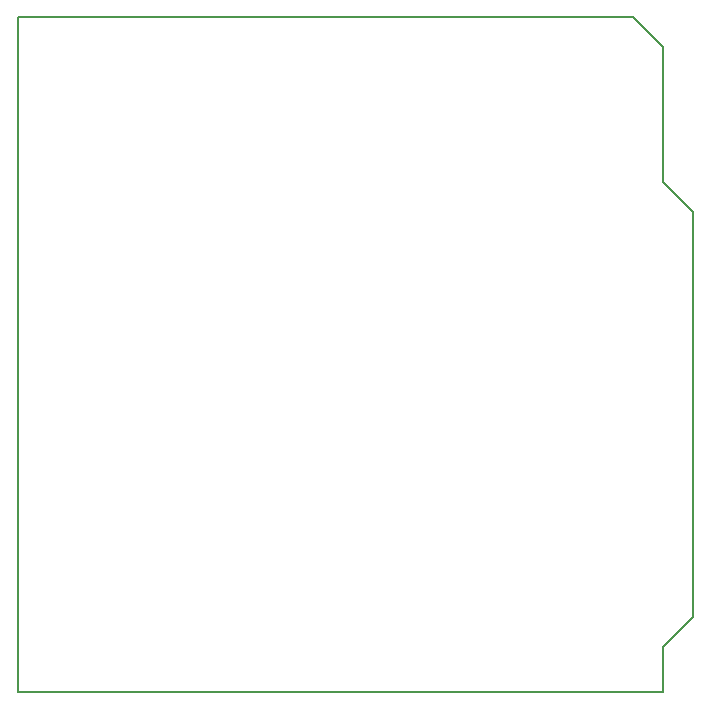
<source format=gm1>
G04 #@! TF.GenerationSoftware,KiCad,Pcbnew,(5.1.4)-1*
G04 #@! TF.CreationDate,2020-10-06T15:22:12+07:00*
G04 #@! TF.ProjectId,digitalWeight,64696769-7461-46c5-9765-696768742e6b,rev?*
G04 #@! TF.SameCoordinates,Original*
G04 #@! TF.FileFunction,Profile,NP*
%FSLAX46Y46*%
G04 Gerber Fmt 4.6, Leading zero omitted, Abs format (unit mm)*
G04 Created by KiCad (PCBNEW (5.1.4)-1) date 2020-10-06 15:22:12*
%MOMM*%
%LPD*%
G04 APERTURE LIST*
%ADD10C,0.150000*%
G04 APERTURE END LIST*
D10*
X160020000Y-50800000D02*
X160020000Y-52070000D01*
X212090000Y-50800000D02*
X160020000Y-50800000D01*
X213360000Y-52070000D02*
X212090000Y-50800000D01*
X214630000Y-53340000D02*
X213360000Y-52070000D01*
X214630000Y-64770000D02*
X214630000Y-53340000D01*
X217170000Y-67310000D02*
X214630000Y-64770000D01*
X217170000Y-101600000D02*
X217170000Y-67310000D01*
X214630000Y-104140000D02*
X217170000Y-101600000D01*
X214630000Y-107950000D02*
X214630000Y-104140000D01*
X160020000Y-107950000D02*
X214630000Y-107950000D01*
X160020000Y-52070000D02*
X160020000Y-107950000D01*
M02*

</source>
